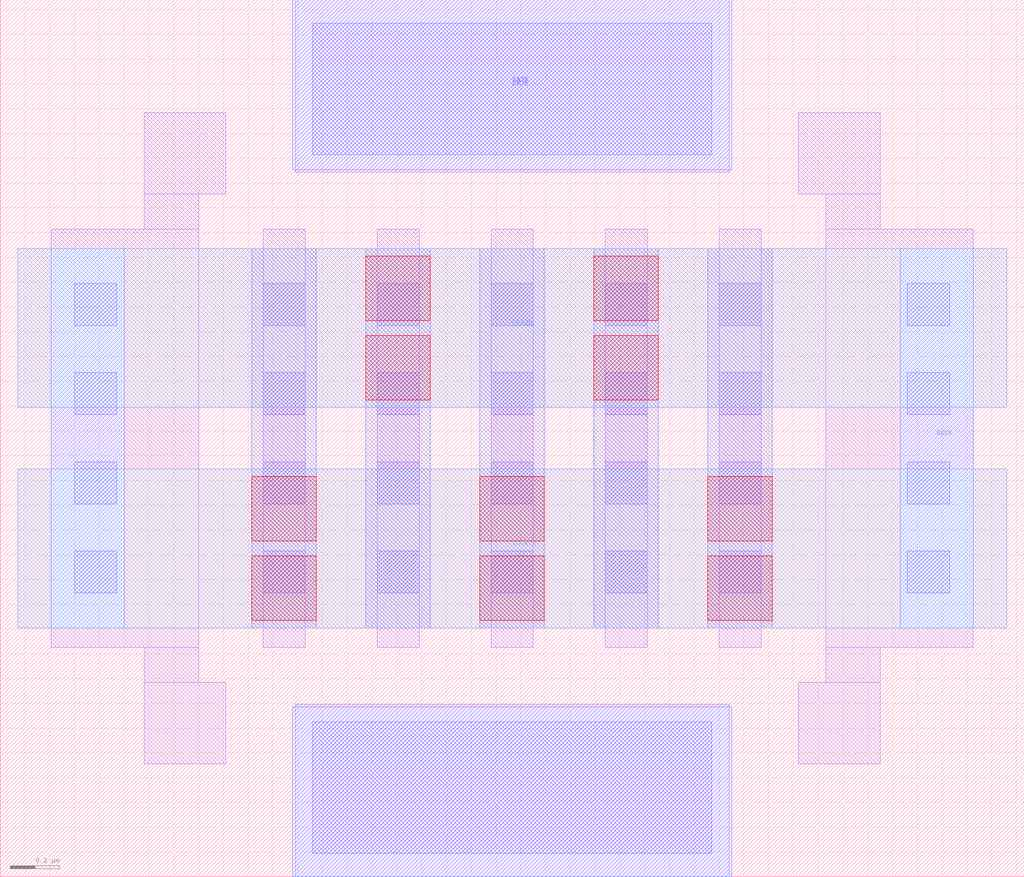
<source format=lef>
# Copyright 2020 The SkyWater PDK Authors
#
# Licensed under the Apache License, Version 2.0 (the "License");
# you may not use this file except in compliance with the License.
# You may obtain a copy of the License at
#
#     https://www.apache.org/licenses/LICENSE-2.0
#
# Unless required by applicable law or agreed to in writing, software
# distributed under the License is distributed on an "AS IS" BASIS,
# WITHOUT WARRANTIES OR CONDITIONS OF ANY KIND, either express or implied.
# See the License for the specific language governing permissions and
# limitations under the License.
#
# SPDX-License-Identifier: Apache-2.0

VERSION 5.7 ;
  NOWIREEXTENSIONATPIN ON ;
  DIVIDERCHAR "/" ;
  BUSBITCHARS "[]" ;
MACRO sky130_fd_pr__rf_pfet_01v8_bM04W1p65L0p18
  CLASS BLOCK ;
  FOREIGN sky130_fd_pr__rf_pfet_01v8_bM04W1p65L0p18 ;
  ORIGIN  0.000000  0.000000 ;
  SIZE  4.130000 BY  3.540000 ;
  PIN BULK
    ANTENNADIFFAREA  2.145000 ;
    ANTENNAGATEAREA  0.495000 ;
    PORT
      LAYER met1 ;
        RECT 0.205000 1.005000 0.500000 2.535000 ;
        RECT 3.630000 1.005000 3.925000 2.535000 ;
    END
  END BULK
  PIN DRAIN
    ANTENNADIFFAREA  0.924000 ;
    PORT
      LAYER met2 ;
        RECT 0.070000 1.895000 4.060000 2.535000 ;
    END
  END DRAIN
  PIN GATE
    ANTENNAGATEAREA  1.188000 ;
    PORT
      LAYER li1 ;
        RECT 1.190000 0.000000 2.940000 0.695000 ;
        RECT 1.190000 2.845000 2.940000 3.540000 ;
      LAYER mcon ;
        RECT 1.260000 0.095000 2.870000 0.625000 ;
        RECT 1.260000 2.915000 2.870000 3.445000 ;
    END
    PORT
      LAYER met1 ;
        RECT 1.180000 0.000000 2.950000 0.685000 ;
        RECT 1.180000 2.855000 2.950000 3.540000 ;
    END
  END GATE
  PIN SOURCE
    ANTENNADIFFAREA  1.386000 ;
    PORT
      LAYER met2 ;
        RECT 0.070000 1.005000 4.060000 1.645000 ;
    END
  END SOURCE
  OBS
    LAYER li1 ;
      RECT 0.205000 0.925000 0.800000 2.615000 ;
      RECT 0.580000 0.455000 0.910000 0.785000 ;
      RECT 0.580000 0.785000 0.800000 0.925000 ;
      RECT 0.580000 2.615000 0.800000 2.755000 ;
      RECT 0.580000 2.755000 0.910000 3.085000 ;
      RECT 1.060000 0.925000 1.230000 2.615000 ;
      RECT 1.520000 0.925000 1.690000 2.615000 ;
      RECT 1.980000 0.925000 2.150000 2.615000 ;
      RECT 2.440000 0.925000 2.610000 2.615000 ;
      RECT 2.900000 0.925000 3.070000 2.615000 ;
      RECT 3.220000 0.455000 3.550000 0.785000 ;
      RECT 3.220000 2.755000 3.550000 3.085000 ;
      RECT 3.330000 0.785000 3.550000 0.925000 ;
      RECT 3.330000 0.925000 3.925000 2.615000 ;
      RECT 3.330000 2.615000 3.550000 2.755000 ;
    LAYER mcon ;
      RECT 0.300000 1.145000 0.470000 1.315000 ;
      RECT 0.300000 1.505000 0.470000 1.675000 ;
      RECT 0.300000 1.865000 0.470000 2.035000 ;
      RECT 0.300000 2.225000 0.470000 2.395000 ;
      RECT 1.060000 1.145000 1.230000 1.315000 ;
      RECT 1.060000 1.505000 1.230000 1.675000 ;
      RECT 1.060000 1.865000 1.230000 2.035000 ;
      RECT 1.060000 2.225000 1.230000 2.395000 ;
      RECT 1.520000 1.145000 1.690000 1.315000 ;
      RECT 1.520000 1.505000 1.690000 1.675000 ;
      RECT 1.520000 1.865000 1.690000 2.035000 ;
      RECT 1.520000 2.225000 1.690000 2.395000 ;
      RECT 1.980000 1.145000 2.150000 1.315000 ;
      RECT 1.980000 1.505000 2.150000 1.675000 ;
      RECT 1.980000 1.865000 2.150000 2.035000 ;
      RECT 1.980000 2.225000 2.150000 2.395000 ;
      RECT 2.440000 1.145000 2.610000 1.315000 ;
      RECT 2.440000 1.505000 2.610000 1.675000 ;
      RECT 2.440000 1.865000 2.610000 2.035000 ;
      RECT 2.440000 2.225000 2.610000 2.395000 ;
      RECT 2.900000 1.145000 3.070000 1.315000 ;
      RECT 2.900000 1.505000 3.070000 1.675000 ;
      RECT 2.900000 1.865000 3.070000 2.035000 ;
      RECT 2.900000 2.225000 3.070000 2.395000 ;
      RECT 3.660000 1.145000 3.830000 1.315000 ;
      RECT 3.660000 1.505000 3.830000 1.675000 ;
      RECT 3.660000 1.865000 3.830000 2.035000 ;
      RECT 3.660000 2.225000 3.830000 2.395000 ;
    LAYER met1 ;
      RECT 1.015000 1.005000 1.275000 2.535000 ;
      RECT 1.475000 1.005000 1.735000 2.535000 ;
      RECT 1.935000 1.005000 2.195000 2.535000 ;
      RECT 2.395000 1.005000 2.655000 2.535000 ;
      RECT 2.855000 1.005000 3.115000 2.535000 ;
    LAYER via ;
      RECT 1.015000 1.035000 1.275000 1.295000 ;
      RECT 1.015000 1.355000 1.275000 1.615000 ;
      RECT 1.475000 1.925000 1.735000 2.185000 ;
      RECT 1.475000 2.245000 1.735000 2.505000 ;
      RECT 1.935000 1.035000 2.195000 1.295000 ;
      RECT 1.935000 1.355000 2.195000 1.615000 ;
      RECT 2.395000 1.925000 2.655000 2.185000 ;
      RECT 2.395000 2.245000 2.655000 2.505000 ;
      RECT 2.855000 1.035000 3.115000 1.295000 ;
      RECT 2.855000 1.355000 3.115000 1.615000 ;
  END
END sky130_fd_pr__rf_pfet_01v8_bM04W1p65L0p18
END LIBRARY

</source>
